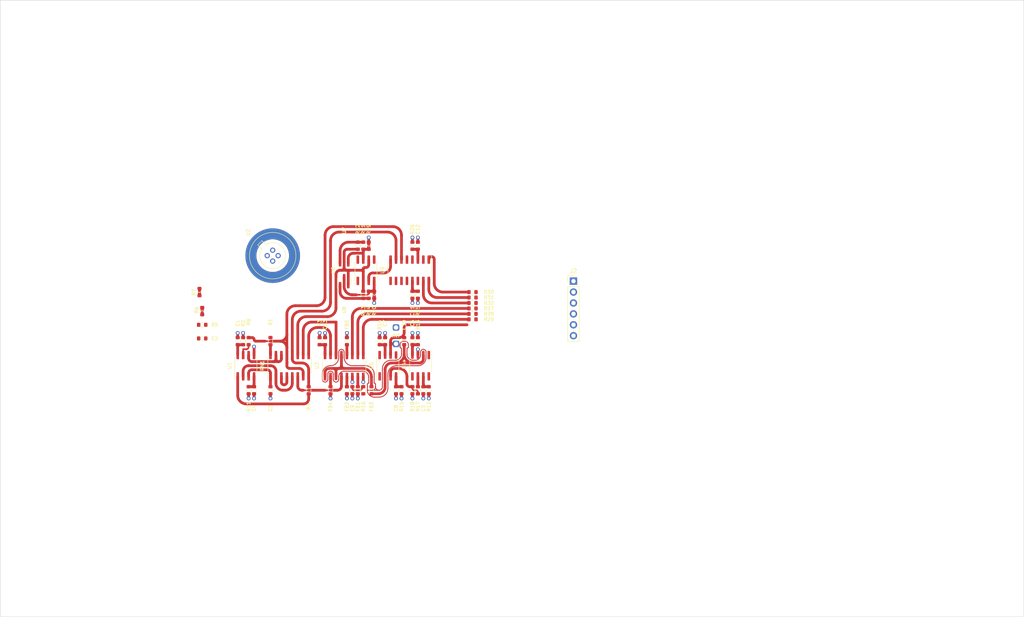
<source format=kicad_pcb>
(kicad_pcb (version 20211014) (generator pcbnew)
  (layers (0 "F.Cu" signal) (31 "B.Cu" signal) (34 "B.Paste" user) (35 "F.Paste" user) (36 "B.SilkS" user "B.Silkscreen") (37 "F.SilkS" user "F.Silkscreen") (38 "B.Mask" user) (39 "F.Mask" user) (44 "Edge.Cuts" user))
  (net 0 "")
  (net 1 "GND")
  (net 2 "Net-(C1-Pad2)")
  (net 3 "Net-(C2-Pad1)")
  (net 4 "Net-(C4-Pad1)")
  (net 5 "-15V")
  (net 6 "/-REF")
  (net 7 "/+REF")
  (net 8 "+15V")
  (net 9 "Net-(FB1-Pad1)")
  (net 10 "Net-(FB2-Pad1)")
  (net 11 "Net-(FB3-Pad2)")
  (net 12 "Net-(C3-Pad1)")
  (net 13 "Net-(R5-Pad2)")
  (net 14 "Net-(C13-Pad2)")
  (net 15 "Net-(C5-Pad2)")
  (net 16 "Net-(C6-Pad1)")
  (net 17 "Net-(C7-Pad2)")
  (net 18 "Net-(C8-Pad1)")
  (net 25 "Net-(C9-Pad1)")
  (net 26 "Net-(C10-Pad1)")
  (net 27 "/INT")
  (net 28 "Net-(R17-Pad1)")
  (net 29 "Net-(R17-Pad2)")
  (net 30 "/BOOT+")
  (net 31 "/BOOT-")
  (net 32 "Net-(R21-Pad1)")
  (net 33 "/VIN")
  (net 34 "Net-(R23-Pad1)")
  (net 38 "Net-(C11-Pad2)")
  (net 39 "Net-(C12-Pad1)")
  (net 40 "Net-(R27-Pad1)")
  (net 42 "Net-(R28-Pad1)")
  (net 44 "Net-(R29-Pad1)")
  (net 46 "Net-(R30-Pad1)")
  (net 48 "Net-(R31-Pad1)")
  (net 50 "Net-(R32-Pad1)")
  (net 57 "+3V3")
  (net 58 "Net-(U6-Pad3)")
  (net 59 "Net-(FB4-Pad1)")
  (net 60 "Net-(FB5-Pad1)")
  (net 63 "Net-(U3-Pad14)")
  (net 64 "Net-(U3-Pad15)")
  (net 71 "Net-(R7-Pad2)")
  (net 72 "Net-(U3-Pad4)")
  (net 73 "Net-(RN1-Pad5)")
  (net 74 "Net-(RN1-Pad4)")
  (net 75 "Net-(U1-Pad6)")
  (net 76 "Net-(RN1-Pad16)")
  (net 77 "Net-(U1-Pad1)")
  (net 78 "Net-(U1-Pad7)")
  (footprint "0603 Jumper:0603 Jumper" (layer "F.Cu") (at 77.47 93.98 -90)
    (fp_text reference "R7")
    (fp_text value "0R")
  )
  (footprint "Resistor_SMD:R_0603_1608Metric" (layer "F.Cu") (at 140.97 100.33)
    (fp_text reference "R29")
    (fp_text value "1K")
  )
  (footprint "Package_SO:SOIC-16_3.9x9.9mm_P1.27mm" (layer "F.Cu") (at 98.425 111.125 90)
    (fp_text reference "RN1")
    (fp_text value "10K")
  )
  (footprint "Resistor_SMD:R_0603_1608Metric" (layer "F.Cu") (at 129.54 116.84 90)
    (fp_text reference "C5")
    (fp_text value "1uf")
  )
  (footprint "Resistor_SMD:R_0603_1608Metric" (layer "F.Cu") (at 115.57 83.185 -90)
    (fp_text reference "R21")
    (fp_text value "10K")
  )
  (footprint "Resistor_SMD:R_0603_1608Metric" (layer "F.Cu") (at 116.84 94.615 -90)
    (fp_text reference "R24")
    (fp_text value "10K")
  )
  (footprint "Resistor_SMD:R_0603_1608Metric" (layer "F.Cu") (at 86.36 105.41 -90)
    (fp_text reference "C1")
    (fp_text value "1uf")
  )
  (footprint "Resistor_SMD:R_0603_1608Metric" (layer "F.Cu") (at 114.3 83.185 90)
    (fp_text reference "R22")
    (fp_text value "10K")
  )
  (footprint "Resistor_SMD:R_0603_1608Metric" (layer "F.Cu") (at 102.87 116.84 -90)
    (fp_text reference "R4")
    (fp_text value "0R")
  )
  (footprint "Resistor_SMD:R_0603_1608Metric" (layer "F.Cu") (at 130.81 116.84 -90)
    (fp_text reference "R12")
    (fp_text value "10R")
  )
  (footprint "Resistor_SMD:R_0603_1608Metric" (layer "F.Cu") (at 107.95 116.84 -90)
    (fp_text reference "FB4")
    (fp_text value "FB")
  )
  (footprint "Resistor_SMD:R_0603_1608Metric" (layer "F.Cu") (at 115.57 116.84 -90)
    (fp_text reference "R16")
    (fp_text value "100R")
  )
  (footprint "Resistor_SMD:R_0603_1608Metric" (layer "F.Cu") (at 128.27 116.84 -90)
    (fp_text reference "R17")
    (fp_text value "10K")
  )
  (footprint "Resistor_SMD:R_0603_1608Metric" (layer "F.Cu") (at 87.63 105.41 90)
    (fp_text reference "R2")
    (fp_text value "10R")
  )
  (footprint "Resistor_SMD:R_0603_1608Metric" (layer "F.Cu") (at 128.27 83.185 90)
    (fp_text reference "C12")
    (fp_text value "1uf")
  )
  (footprint "0603 Jumper:0603 Jumper" (layer "F.Cu") (at 118.11 94.615 -90)
    (fp_text reference "R20")
    (fp_text value "0R")
  )
  (footprint "Resistor_SMD:R_0603_1608Metric" (layer "F.Cu") (at 127 94.615 90)
    (fp_text reference "C11")
    (fp_text value "1uf")
  )
  (footprint "Package_SO:SOIC-16_3.9x9.9mm_P1.27mm" (layer "F.Cu") (at 111.125 111.125 90)
    (fp_text reference "U3")
    (fp_text value "CD4053B")
  )
  (footprint "Resistor_SMD:R_0603_1608Metric" (layer "F.Cu") (at 88.9 105.41 -90)
    (fp_text reference "R8")
    (fp_text value "0R")
  )
  (footprint "Resistor_SMD:R_0603_1608Metric" (layer "F.Cu") (at 90.17 116.84 -90)
    (fp_text reference "C4")
    (fp_text value "1uf")
  )
  (footprint "Resistor_SMD:R_0603_1608Metric" (layer "F.Cu") (at 120.65 105.41 -90)
    (fp_text reference "C7")
    (fp_text value "1uf")
  )
  (footprint "Resistor_SMD:R_0603_1608Metric" (layer "F.Cu") (at 127 83.185 -90)
    (fp_text reference "R26")
    (fp_text value "10R")
  )
  (footprint "Resistor_SMD:R_0603_1608Metric" (layer "F.Cu") (at 140.97 99.06)
    (fp_text reference "R28")
    (fp_text value "1K")
  )
  (footprint "Resistor_SMD:R_0603_1608Metric" (layer "F.Cu") (at 140.97 95.25)
    (fp_text reference "R31")
    (fp_text value "1K")
  )
  (footprint "Resistor_SMD:R_0603_1608Metric" (layer "F.Cu") (at 140.97 93.98)
    (fp_text reference "R30")
    (fp_text value "1K")
  )
  (footprint "Resistor_SMD:R_0603_1608Metric" (layer "F.Cu") (at 78.105 101.6 180)
    (fp_text reference "R5")
    (fp_text value "5R1")
  )
  (footprint "Resistor_SMD:R_0603_1608Metric" (layer "F.Cu") (at 111.76 116.84 -90)
    (fp_text reference "FB2")
    (fp_text value "FB")
  )
  (footprint "Package_SO:SOIC-8_3.9x4.9mm_P1.27mm" (layer "F.Cu") (at 128.905 111.125 -90)
    (fp_text reference "U4")
    (fp_text value "OPA1xx")
  )
  (footprint "Resistor_SMD:R_0603_1608Metric" (layer "F.Cu") (at 123.19 116.84 -90)
    (fp_text reference "C8")
    (fp_text value "1uf")
  )
  (footprint "Connector_PinHeader_2.54mm:PinHeader_1x03_P2.54mm_Vertical" (layer "F.Cu") (at 123.19 106.045 180)
    (fp_text reference "J1" hide)
    (fp_text value "INT")
  )
  (footprint "Resistor_SMD:R_0603_1608Metric" (layer "F.Cu") (at 127 105.41 90)
    (fp_text reference "C6")
    (fp_text value "1uf")
  )
  (footprint "Resistor_SMD:R_0603_1608Metric" (layer "F.Cu") (at 128.27 105.41 -90)
    (fp_text reference "R13")
    (fp_text value "10R")
  )
  (footprint "Package_TO_SOT_SMD:SOT-23" (layer "F.Cu") (at 111.125 86.36 90)
    (fp_text reference "U7")
    (fp_text value "431")
  )
  (footprint "Package_SO:SOIC-8_3.9x4.9mm_P1.27mm" (layer "F.Cu") (at 116.205 88.9 90)
    (fp_text reference "U6")
    (fp_text value "OPA1xx")
  )
  (footprint "Resistor_SMD:R_0603_1608Metric" (layer "F.Cu") (at 106.68 105.41 -90)
    (fp_text reference "C13")
    (fp_text value "1uf")
  )
  (footprint "Package_SO:SOIC-16_3.9x9.9mm_P1.27mm" (layer "F.Cu") (at 126.365 88.9 -90)
    (fp_text reference "U9")
    (fp_text value "408")
  )
  (footprint "Resistor_SMD:R_0603_1608Metric" (layer "F.Cu") (at 140.97 96.52)
    (fp_text reference "R32")
    (fp_text value "1K")
  )
  (footprint "Resistor_SMD:R_0603_1608Metric" (layer "F.Cu") (at 78.105 104.775)
    (fp_text reference "C2")
    (fp_text value "1uF")
  )
  (footprint "Resistor_SMD:R_0603_1608Metric" (layer "F.Cu") (at 127 116.84 90)
    (fp_text reference "R18")
    (fp_text value "1K")
  )
  (footprint "Resistor_SMD:R_0603_1608Metric" (layer "F.Cu") (at 124.46 116.84 90)
    (fp_text reference "R15")
    (fp_text value "10R")
  )
  (footprint "Resistor_SMD:R_0603_1608Metric" (layer "F.Cu") (at 88.9 116.84 90)
    (fp_text reference "R11")
    (fp_text value "10R")
  )
  (footprint "Package_SO:SOIC-8_3.9x4.9mm_P1.27mm" (layer "F.Cu") (at 121.285 111.125 90)
    (fp_text reference "U5")
    (fp_text value "OPA1xx")
  )
  (footprint "Package_SO:SOIC-8_3.9x4.9mm_P1.27mm" (layer "F.Cu") (at 88.265 111.125 90)
    (fp_text reference "U1")
    (fp_text value "OPA21xx")
  )
  (footprint "Resistor_SMD:R_0603_1608Metric" (layer "F.Cu") (at 114.3 116.84 -90)
    (fp_text reference "FB1")
    (fp_text value "FB")
  )
  (footprint "Resistor_SMD:R_0603_1608Metric" (layer "F.Cu") (at 128.27 94.615 -90)
    (fp_text reference "R25")
    (fp_text value "10R")
  )
  (footprint "Resistor_SMD:R_0603_1608Metric" (layer "F.Cu") (at 117.475 116.84 90)
    (fp_text reference "FB3")
    (fp_text value "FB")
  )
  (footprint "Connector_PinHeader_2.54mm:PinHeader_1x06_P2.54mm_Vertical" (layer "F.Cu") (at 164.465 91.44)
    (fp_text reference "J2")
    (fp_text value "Conn_01x06")
  )
  (footprint "Resistor_SMD:R_0603_1608Metric" (layer "F.Cu") (at 93.98 105.41 90)
    (fp_text reference "R1")
    (fp_text value "0R")
  )
  (footprint "Resistor_SMD:R_0603_1608Metric" (layer "F.Cu") (at 140.97 97.79)
    (fp_text reference "R27")
    (fp_text value "1K")
  )
  (footprint "Resistor_SMD:R_0603_1608Metric" (layer "F.Cu") (at 111.76 105.41 90)
    (fp_text reference "FB5")
    (fp_text value "FB")
  )
  (footprint "Resistor_SMD:R_0603_1608Metric" (layer "F.Cu") (at 119.38 105.41 90)
    (fp_text reference "R14")
    (fp_text value "10R")
  )
  (footprint "Resistor_SMD:R_0603_1608Metric" (layer "F.Cu") (at 125.095 105.41 90)
    (fp_text reference "C10")
    (fp_text value "1nF")
  )
  (footprint "Resistor_SMD:R_0603_1608Metric" (layer "F.Cu") (at 115.57 94.615 90)
    (fp_text reference "R23")
    (fp_text value "10K")
  )
  (footprint "Package_TO_SOT_SMD:SOT-23" (layer "F.Cu") (at 111.125 91.44 90)
    (fp_text reference "U8")
    (fp_text value "431")
  )
  (footprint "Resistor_SMD:R_0603_1608Metric" (layer "F.Cu") (at 105.41 105.41 90)
    (fp_text reference "R3")
    (fp_text value "10R")
  )
  (footprint "0603 Jumper:0603 Jumper" (layer "F.Cu") (at 78.105 98.425 90)
    (fp_text reference "R6")
    (fp_text value "0R")
  )
  (footprint "Resistor_SMD:R_0603_1608Metric" (layer "F.Cu") (at 113.03 116.84 -90)
    (fp_text reference "C9")
    (fp_text value "100pF")
  )
  (footprint "0603 Jumper:0603 Jumper" (layer "F.Cu") (at 116.84 83.185 -90)
    (fp_text reference "R19")
    (fp_text value "0R")
  )
  (footprint "Package_TO_SOT_THT:Analog_TO-46-4_ThermalShield" (layer "F.Cu") (at 93.23 85.5)
    (fp_text reference "U2")
    (fp_text value "LM399")
  )
  (footprint "Resistor_SMD:R_0603_1608Metric" (layer "F.Cu") (at 93.98 116.84 -90)
    (fp_text reference "C3")
    (fp_text value "100nF")
  )
  (gr_rect (start 31.115 26.035) (end 269.24 169.545) (layer "Edge.Cuts") (width 0.1) (fill none))
  (segment (start 108.585 114.3) (end 108.585 113.03) (width 0.2) (layer "F.Cu") (net 1))
  (segment (start 129.54 118.745) (end 129.54 117.665) (width 0.635) (layer "F.Cu") (net 1))
  (segment (start 118.4275 116.04625) (end 118.4275 115.41125) (width 0.2) (layer "F.Cu") (net 1))
  (segment (start 115.57 114.935) (end 115.57 113.6) (width 0.635) (layer "F.Cu") (net 1))
  (segment (start 113.03 114.935) (end 113.03 113.6) (width 0.635) (layer "F.Cu") (net 1))
  (segment (start 120.65 103.505) (end 120.65 104.585) (width 0.635) (layer "F.Cu") (net 1))
  (segment (start 118.11 118.4275) (end 119.285001 118.4275) (width 0.2) (layer "F.Cu") (net 1))
  (segment (start 127 118.745) (end 127 117.665) (width 0.635) (layer "F.Cu") (net 1))
  (segment (start 111.76 103.505) (end 111.76 104.585) (width 0.635) (layer "F.Cu") (net 1))
  (segment (start 127 96.52) (end 127 95.44) (width 0.635) (layer "F.Cu") (net 1))
  (segment (start 122.014998 109.855) (end 123.03125 109.855) (width 0.2) (layer "F.Cu") (net 1))
  (segment (start 128.905 107.95) (end 128.905 108.585) (width 0.2) (layer "F.Cu") (net 1))
  (segment (start 116.110001 111.125) (end 113.03 111.125) (width 0.2) (layer "F.Cu") (net 1))
  (segment (start 127.635 109.855) (end 127.15875 109.855) (width 0.2) (layer "F.Cu") (net 1))
  (segment (start 107.315 113.03) (end 107.315 114.3) (width 0.2) (layer "F.Cu") (net 1))
  (segment (start 117.63375 116.84) (end 116.5225 116.84) (width 0.2) (layer "F.Cu") (net 1))
  (segment (start 90.17 106.68) (end 90.17 108.65) (width 0.635) (layer "F.Cu") (net 1))
  (segment (start 119.22125 116.84) (end 117.63375 116.84) (width 0.2) (layer "F.Cu") (net 1))
  (segment (start 128.27 107.315) (end 128.27 108.65) (width 0.635) (layer "F.Cu") (net 1))
  (segment (start 109.855 113.665) (end 109.855 114.3) (width 0.2) (layer "F.Cu") (net 1))
  (segment (start 116.84 113.82375) (end 116.84 115.09375) (width 0.2) (layer "F.Cu") (net 1))
  (segment (start 107.95 118.745) (end 107.95 117.665) (width 0.635) (layer "F.Cu") (net 1))
  (segment (start 120.015 111.854998) (end 120.015 116.04625) (width 0.2) (layer "F.Cu") (net 1))
  (segment (start 124.46 107.15625) (end 124.46 108.42625) (width 0.2) (layer "F.Cu") (net 1))
  (segment (start 109.855 109.22) (end 109.855 107.95) (width 0.2) (layer "F.Cu") (net 1))
  (segment (start 114.3 118.745) (end 114.3 117.665) (width 0.635) (layer "F.Cu") (net 1))
  (segment (start 115.41125 112.395) (end 111.125 112.395) (width 0.2) (layer "F.Cu") (net 1))
  (segment (start 121.285 116.427501) (end 121.285 113.124998) (width 0.2) (layer "F.Cu") (net 1))
  (segment (start 90.17 118.745) (end 90.17 117.665) (width 0.635) (layer "F.Cu") (net 1))
  (segment (start 106.68 103.505) (end 106.68 104.585) (width 0.635) (layer "F.Cu") (net 1))
  (segment (start 124.1425 106.83875) (end 124.1425 106.20375) (width 0.2) (layer "F.Cu") (net 1))
  (segment (start 116.5225 115.41125) (end 116.5225 116.84) (width 0.2) (layer "F.Cu") (net 1))
  (segment (start 118.11 113.124998) (end 118.11 115.09375) (width 0.2) (layer "F.Cu") (net 1))
  (segment (start 128.27 81.28) (end 128.27 82.36) (width 0.635) (layer "F.Cu") (net 1))
  (segment (start 127 103.505) (end 127 104.585) (width 0.635) (layer "F.Cu") (net 1))
  (segment (start 128.27 111.125) (end 123.284998 111.125) (width 0.2) (layer "F.Cu") (net 1))
  (segment (start 126.0475 106.83875) (end 126.0475 106.20375) (width 0.2) (layer "F.Cu") (net 1))
  (segment (start 93.98 118.745) (end 93.98 117.665) (width 0.635) (layer "F.Cu") (net 1))
  (segment (start 111.76 118.745) (end 111.76 117.665) (width 0.635) (layer "F.Cu") (net 1))
  (segment (start 130.175 109.22) (end 130.175 107.95) (width 0.2) (layer "F.Cu") (net 1))
  (segment (start 125.73 107.15625) (end 125.73 108.42625) (width 0.2) (layer "F.Cu") (net 1))
  (segment (start 124.93625 105.41) (end 125.25375 105.41) (width 0.2) (layer "F.Cu") (net 1))
  (segment (start 113.03 118.745) (end 113.03 117.665) (width 0.635) (layer "F.Cu") (net 1))
  (segment (start 123.19 118.745) (end 123.19 117.665) (width 0.635) (layer "F.Cu") (net 1))
  (segment (start 111.125 109.22) (end 111.125 107.95) (width 0.2) (layer "F.Cu") (net 1))
  (segment (start 86.36 103.505) (end 86.36 104.585) (width 0.635) (layer "F.Cu") (net 1))
  (segment (start 106.045 113.03) (end 106.045 114.3) (width 0.2) (layer "F.Cu") (net 1))
  (via (at 106.68 103.505) (size 0.889) (drill 0.508) (layers "F.Cu" "B.Cu") (net 1))
  (via (at 107.95 118.745) (size 0.889) (drill 0.508) (layers "F.Cu" "B.Cu") (net 1))
  (via (at 129.54 118.745) (size 0.889) (drill 0.508) (layers "F.Cu" "B.Cu") (net 1))
  (via (at 90.17 118.745) (size 0.889) (drill 0.508) (layers "F.Cu" "B.Cu") (net 1))
  (via (at 127 118.745) (size 0.889) (drill 0.508) (layers "F.Cu" "B.Cu") (net 1))
  (via (at 127 103.505) (size 0.889) (drill 0.508) (layers "F.Cu" "B.Cu") (net 1))
  (via (at 114.3 118.745) (size 0.889) (drill 0.508) (layers "F.Cu" "B.Cu") (net 1))
  (via (at 113.03 114.935) (size 0.889) (drill 0.508) (layers "F.Cu" "B.Cu") (net 1))
  (via (at 93.98 118.745) (size 0.889) (drill 0.508) (layers "F.Cu" "B.Cu") (net 1))
  (via (at 86.36 103.505) (size 0.889) (drill 0.508) (layers "F.Cu" "B.Cu") (net 1))
  (via (at 120.65 103.505) (size 0.889) (drill 0.508) (layers "F.Cu" "B.Cu") (net 1))
  (via (at 111.76 103.505) (size 0.889) (drill 0.508) (layers "F.Cu" "B.Cu") (net 1))
  (via (at 111.76 118.745) (size 0.889) (drill 0.508) (layers "F.Cu" "B.Cu") (net 1))
  (via (at 128.27 107.315) (size 0.889) (drill 0.508) (layers "F.Cu" "B.Cu") (net 1))
  (via (at 123.19 118.745) (size 0.889) (drill 0.508) (layers "F.Cu" "B.Cu") (net 1))
  (via (at 115.57 114.935) (size 0.889) (drill 0.508) (layers "F.Cu" "B.Cu") (net 1))
  (via (at 127 96.52) (size 0.889) (drill 0.508) (layers "F.Cu" "B.Cu") (net 1))
  (via (at 128.27 81.28) (size 0.889) (drill 0.508) (layers "F.Cu" "B.Cu") (net 1))
  (via (at 90.17 106.68) (size 0.889) (drill 0.508) (layers "F.Cu" "B.Cu") (net 1))
  (via (at 113.03 118.745) (size 0.889) (drill 0.508) (layers "F.Cu" "B.Cu") (net 1))
  (arc (start 118.11 115.09375) (mid 118.156496 115.206003) (end 118.26875 115.2525) (width 0.2) (layer "F.Cu") (net 1))
  (arc (start 111.125 112.395) (mid 110.226974 112.766974) (end 109.855 113.665) (width 0.2) (layer "F.Cu") (net 1))
  (arc (start 117.63375 116.84) (mid 118.195016 116.607516) (end 118.4275 116.04625) (width 0.2) (layer "F.Cu") (net 1))
  (arc (start 107.95 112.395) (mid 107.500987 112.580987) (end 107.315 113.03) (width 0.2) (layer "F.Cu") (net 1))
  (arc (start 108.585 113.03) (mid 108.399012 112.580987) (end 107.95 112.395) (width 0.2) (layer "F.Cu") (net 1))
  (arc (start 125.88875 106.9975) (mid 125.776496 107.043996) (end 125.73 107.15625) (width 0.2) (layer "F.Cu") (net 1))
  (arc (start 107.95 111.125) (mid 106.602961 111.682961) (end 106.045 113.03) (width 0.2) (layer "F.Cu") (net 1))
  (arc (start 116.5225 116.84) (mid 116.987467 117.962532) (end 118.11 118.4275) (width 0.2) (layer "F.Cu") (net 1))
  (arc (start 121.285 116.427501) (mid 120.699213 117.841713) (end 119.285001 118.4275) (width 0.2) (layer "F.Cu") (net 1))
  (arc (start 120.015 116.04625) (mid 119.782516 116.607516) (end 119.22125 116.84) (width 0.2) (layer "F.Cu") (net 1))
  (arc (start 110.49 107.315) (mid 110.040987 107.500987) (end 109.855 107.95) (width 0.2) (layer "F.Cu") (net 1))
  (arc (start 124.46 108.42625) (mid 124.041528 109.436528) (end 123.03125 109.855) (width 0.2) (layer "F.Cu") (net 1))
  (arc (start 130.175 109.22) (mid 129.617038 110.567038) (end 128.27 111.125) (width 0.2) (layer "F.Cu") (net 1))
  (arc (start 116.68125 115.2525) (mid 116.568996 115.298996) (end 116.5225 115.41125) (width 0.2) (layer "F.Cu") (net 1))
  (arc (start 123.284998 111.125) (mid 121.870785 111.710785) (end 121.285 113.124998) (width 0.2) (layer "F.Cu") (net 1))
  (arc (start 124.93625 105.41) (mid 124.374983 105.642483) (end 124.1425 106.20375) (width 0.2) (layer "F.Cu") (net 1))
  (arc (start 111.125 107.95) (mid 110.939012 107.500987) (end 110.49 107.315) (width 0.2) (layer "F.Cu") (net 1))
  (arc (start 106.045 114.3) (mid 106.230987 114.749012) (end 106.68 114.935) (width 0.2) (layer "F.Cu") (net 1))
  (arc (start 116.84 113.82375) (mid 116.421528 112.813471) (end 115.41125 112.395) (width 0.2) (layer "F.Cu") (net 1))
  (arc (start 108.585 114.3) (mid 108.770987 114.749012) (end 109.22 114.935) (width 0.2) (layer "F.Cu") (net 1))
  (arc (start 111.125 109.22) (mid 111.682961 110.567038) (end 113.03 111.125) (width 0.2) (layer "F.Cu") (net 1))
  (arc (start 116.84 115.09375) (mid 116.793503 115.206003) (end 116.68125 115.2525) (width 0.2) (layer "F.Cu") (net 1))
  (arc (start 126.0475 106.83875) (mid 126.001003 106.951003) (end 125.88875 106.9975) (width 0.2) (layer "F.Cu") (net 1))
  (arc (start 107.315 114.3) (mid 107.129012 114.749012) (end 106.68 114.935) (width 0.2) (layer "F.Cu") (net 1))
  (arc (start 126.0475 106.20375) (mid 125.815016 105.642483) (end 125.25375 105.41) (width 0.2) (layer "F.Cu") (net 1))
  (arc (start 128.905 108.585) (mid 128.533025 109.483025) (end 127.635 109.855) (width 0.2) (layer "F.Cu") (net 1))
  (arc (start 129.54 107.315) (mid 129.090987 107.500987) (end 128.905 107.95) (width 0.2) (layer "F.Cu") (net 1))
  (arc (start 109.855 114.3) (mid 109.669012 114.749012) (end 109.22 114.935) (width 0.2) (layer "F.Cu") (net 1))
  (arc (start 124.46 107.15625) (mid 124.413503 107.043996) (end 124.30125 106.9975) (width 0.2) (layer "F.Cu") (net 1))
  (arc (start 125.73 108.42625) (mid 126.148471 109.436528) (end 127.15875 109.855) (width 0.2) (layer "F.Cu") (net 1))
  (arc (start 122.014998 109.855) (mid 120.600785 110.440785) (end 120.015 111.854998) (width 0.2) (layer "F.Cu") (net 1))
  (arc (start 118.4275 116.04625) (mid 118.659983 116.607516) (end 119.22125 116.84) (width 0.2) (layer "F.Cu") (net 1))
  (arc (start 124.1425 106.83875) (mid 124.188996 106.951003) (end 124.30125 106.9975) (width 0.2) (layer "F.Cu") (net 1))
  (arc (start 118.11 113.124998) (mid 117.524213 111.710785) (end 116.110001 111.125) (width 0.2) (layer "F.Cu") (net 1))
  (arc (start 109.855 109.22) (mid 109.297038 110.567038) (end 107.95 111.125) (width 0.2) (layer "F.Cu") (net 1))
  (arc (start 118.4275 115.41125) (mid 118.381003 115.298996) (end 118.26875 115.2525) (width 0.2) (layer "F.Cu") (net 1))
  (arc (start 130.175 107.95) (mid 129.989012 107.500987) (end 129.54 107.315) (width 0.2) (layer "F.Cu") (net 1))
  (segment (start 86.36 106.87) (end 86.36 108.65) (width 0.635) (layer "F.Cu") (net 2))
  (segment (start 86.995 106.235) (end 87.63 106.235) (width 0.635) (layer "F.Cu") (net 2))
  (arc (start 86.995 106.235) (mid 86.545987 106.420987) (end 86.36 106.87) (width 0.635) (layer "F.Cu") (net 2))
  (segment (start 90.17 115.38) (end 90.17 113.6) (width 0.635) (layer "F.Cu") (net 4))
  (segment (start 89.535 116.015) (end 88.9 116.015) (width 0.635) (layer "F.Cu") (net 4))
  (arc (start 90.17 115.38) (mid 89.984012 115.829012) (end 89.535 116.015) (width 0.635) (layer "F.Cu") (net 4))
  (segment (start 118.11 96.52) (end 118.11 95.44) (width 0.635) (layer "F.Cu") (net 5))
  (segment (start 88.9 118.745) (end 88.9 117.665) (width 0.635) (layer "F.Cu") (net 5))
  (segment (start 124.46 118.745) (end 124.46 117.665) (width 0.635) (layer "F.Cu") (net 5))
  (segment (start 128.27 103.505) (end 128.27 104.585) (width 0.635) (layer "F.Cu") (net 5))
  (segment (start 127 81.28) (end 127 82.36) (width 0.635) (layer "F.Cu") (net 5))
  (via (at 127 81.28) (size 0.889) (drill 0.508) (layers "F.Cu" "B.Cu") (net 5))
  (via (at 124.46 118.745) (size 0.889) (drill 0.508) (layers "F.Cu" "B.Cu") (net 5))
  (via (at 128.27 103.505) (size 0.889) (drill 0.508) (layers "F.Cu" "B.Cu") (net 5))
  (via (at 118.11 96.52) (size 0.889) (drill 0.508) (layers "F.Cu" "B.Cu") (net 5))
  (via (at 88.9 118.745) (size 0.889) (drill 0.508) (layers "F.Cu" "B.Cu") (net 5))
  (segment (start 97.79 107.73) (end 97.79 109.57) (width 0.635) (layer "F.Cu") (net 6))
  (segment (start 97.79 110.33125) (end 97.79 110.1725) (width 0.635) (layer "F.Cu") (net 6))
  (segment (start 124.46 80.739998) (end 124.46 86.425) (width 0.635) (layer "F.Cu") (net 6))
  (segment (start 97.79 110.33125) (end 97.79 109.57) (width 0.635) (layer "F.Cu") (net 6))
  (segment (start 90.5825 105.41) (end 92.71 105.41) (width 0.635) (layer "F.Cu") (net 6))
  (segment (start 93.98 105.41) (end 92.71 105.41) (width 0.381) (layer "F.Cu") (net 6))
  (segment (start 122.460001 78.74) (end 108.679998 78.74) (width 0.635) (layer "F.Cu") (net 6))
  (segment (start 106.68 95.155001) (end 106.68 80.739998) (width 0.635) (layer "F.Cu") (net 6))
  (segment (start 98.425 111.76) (end 100.68 111.76) (width 0.635) (layer "F.Cu") (net 6))
  (segment (start 97.79 103.8225) (end 97.79 106.9975) (width 0.635) (layer "F.Cu") (net 6))
  (segment (start 95.25 105.41) (end 96.2025 105.41) (width 0.635) (layer "F.Cu") (net 6))
  (segment (start 97.79 103.8225) (end 97.79 99.154998) (width 0.635) (layer "F.Cu") (net 6))
  (segment (start 97.79 110.64875) (end 97.79 111.125) (width 0.635) (layer "F.Cu") (net 6))
  (segment (start 97.79 110.33125) (end 97.79 110.64875) (width 0.635) (layer "F.Cu") (net 6))
  (segment (start 101.6 112.68) (end 101.6 113.6) (width 0.635) (layer "F.Cu") (net 6))
  (segment (start 95.25 105.41) (end 93.98 105.41) (width 0.635) (layer "F.Cu") (net 6))
  (segment (start 97.79 107.73) (end 97.79 106.9975) (width 0.635) (layer "F.Cu") (net 6))
  (segment (start 104.680001 97.155) (end 99.789998 97.155) (width 0.635) (layer "F.Cu") (net 6))
  (segment (start 89.7575 104.585) (end 88.9 104.585) (width 0.635) (layer "F.Cu") (net 6))
  (segment (start 97.79 110.64875) (end 97.79 110.33125) (width 0.635) (layer "F.Cu") (net 6))
  (arc (start 90.17 104.9975) (mid 90.290818 105.289181) (end 90.5825 105.41) (width 0.635) (layer "F.Cu") (net 6))
  (arc (start 97.79 110.33125) (mid 97.79 110.33125) (end 97.79 110.33125) (width 0.635) (layer "F.Cu") (net 6))
  (arc (start 101.6 112.68) (mid 101.330538 112.029461) (end 100.68 111.76) (width 0.635) (layer "F.Cu") (net 6))
  (arc (start 96.2025 105.41) (mid 97.325032 104.945032) (end 97.79 103.8225) (width 0.635) (layer "F.Cu") (net 6))
  (arc (start 124.46 80.739998) (mid 123.874213 79.325785) (end 122.460001 78.74) (width 0.635) (layer "F.Cu") (net 6))
  (arc (start 99.789998 97.155) (mid 98.375785 97.740785) (end 97.79 99.154998) (width 0.635) (layer "F.Cu") (net 6))
  (arc (start 97.79 111.125) (mid 97.975987 111.574012) (end 98.425 111.76) (width 0.635) (layer "F.Cu") (net 6))
  (arc (start 106.68 95.155001) (mid 106.094213 96.569213) (end 104.680001 97.155) (width 0.635) (layer "F.Cu") (net 6))
  (arc (start 97.79 106.9975) (mid 97.325032 105.874967) (end 96.2025 105.41) (width 0.635) (layer "F.Cu") (net 6))
  (arc (start 108.679998 78.74) (mid 107.265785 79.325785) (end 106.68 80.739998) (width 0.635) (layer "F.Cu") (net 6))
  (arc (start 90.17 104.9975) (mid 90.049181 104.705818) (end 89.7575 104.585) (width 0.635) (layer "F.Cu") (net 6))
  (segment (start 109.949998 80.01) (end 121.190001 80.01) (width 0.635) (layer "F.Cu") (net 7))
  (segment (start 102.87 112.3925) (end 102.87 112.045) (width 0.635) (layer "F.Cu") (net 7))
  (segment (start 102.87 112.3925) (end 102.87 114.8075) (width 0.635) (layer "F.Cu") (net 7))
  (segment (start 102.87 114.8075) (end 102.87 116.015) (width 0.635) (layer "F.Cu") (net 7))
  (segment (start 123.19 82.009998) (end 123.19 86.425) (width 0.635) (layer "F.Cu") (net 7))
  (segment (start 99.98 110.49) (end 101.315 110.49) (width 0.635) (layer "F.Cu") (net 7))
  (segment (start 107.95 82.009998) (end 107.95 96.425001) (width 0.635) (layer "F.Cu") (net 7))
  (segment (start 101.059998 98.425) (end 105.950001 98.425) (width 0.635) (layer "F.Cu") (net 7))
  (segment (start 99.06 107.73) (end 99.06 109.57) (width 0.635) (layer "F.Cu") (net 7))
  (segment (start 99.06 107.73) (end 99.06 100.424998) (width 0.635) (layer "F.Cu") (net 7))
  (arc (start 109.949998 80.01) (mid 108.535785 80.595785) (end 107.95 82.009998) (width 0.635) (layer "F.Cu") (net 7))
  (arc (start 101.059998 98.425) (mid 99.645785 99.010785) (end 99.06 100.424998) (width 0.635) (layer "F.Cu") (net 7))
  (arc (start 107.95 96.425001) (mid 107.364213 97.839213) (end 105.950001 98.425) (width 0.635) (layer "F.Cu") (net 7))
  (arc (start 123.19 82.009998) (mid 122.604213 80.595785) (end 121.190001 80.01) (width 0.635) (layer "F.Cu") (net 7))
  (arc (start 99.06 109.57) (mid 99.329461 110.220538) (end 99.98 110.49) (width 0.635) (layer "F.Cu") (net 7))
  (arc (start 102.87 112.045) (mid 102.414551 110.945448) (end 101.315 110.49) (width 0.635) (layer "F.Cu") (net 7))
  (segment (start 128.27 96.52) (end 128.27 95.44) (width 0.635) (layer "F.Cu") (net 8))
  (segment (start 119.38 103.505) (end 119.38 104.585) (width 0.635) (layer "F.Cu") (net 8))
  (segment (start 87.63 103.505) (end 87.63 104.585) (width 0.635) (layer "F.Cu") (net 8))
  (segment (start 116.84 81.28) (end 116.84 82.36) (width 0.635) (layer "F.Cu") (net 8))
  (segment (start 130.81 118.745) (end 130.81 117.665) (width 0.635) (layer "F.Cu") (net 8))
  (via (at 116.84 81.28) (size 0.889) (drill 0.508) (layers "F.Cu" "B.Cu") (net 8))
  (via (at 119.38 103.505) (size 0.889) (drill 0.508) (layers "F.Cu" "B.Cu") (net 8))
  (via (at 128.27 96.52) (size 0.889) (drill 0.508) (layers "F.Cu" "B.Cu") (net 8))
  (via (at 87.63 103.505) (size 0.889) (drill 0.508) (layers "F.Cu" "B.Cu") (net 8))
  (via (at 130.81 118.745) (size 0.889) (drill 0.508) (layers "F.Cu" "B.Cu") (net 8))
  (segment (start 114.3 116.015) (end 114.3 113.6) (width 0.635) (layer "F.Cu") (net 9))
  (segment (start 111.76 113.6) (end 111.76 116.015) (width 0.635) (layer "F.Cu") (net 10))
  (segment (start 111.125 111.76) (end 109.855 111.76) (width 0.635) (layer "F.Cu") (net 11))
  (segment (start 117.475 113.759998) (end 117.475 116.015) (width 0.635) (layer "F.Cu") (net 11))
  (segment (start 106.68 112.68) (end 106.68 113.6) (width 0.635) (layer "F.Cu") (net 11))
  (segment (start 111.125 111.76) (end 115.475001 111.76) (width 0.635) (layer "F.Cu") (net 11))
  (segment (start 107.6 111.76) (end 108.585 111.76) (width 0.635) (layer "F.Cu") (net 11))
  (segment (start 109.22 112.395) (end 109.22 113.6) (width 0.635) (layer "F.Cu") (net 11))
  (segment (start 110.49 111.125) (end 110.49 108.65) (width 0.635) (layer "F.Cu") (net 11))
  (segment (start 108.585 111.76) (end 109.855 111.76) (width 0.635) (layer "F.Cu") (net 11))
  (arc (start 110.49 111.125) (mid 110.675987 111.574012) (end 111.125 111.76) (width 0.635) (layer "F.Cu") (net 11))
  (arc (start 117.475 113.759998) (mid 116.889213 112.345785) (end 115.475001 111.76) (width 0.635) (layer "F.Cu") (net 11))
  (arc (start 107.6 111.76) (mid 106.949461 112.029461) (end 106.68 112.68) (width 0.635) (layer "F.Cu") (net 11))
  (arc (start 109.22 112.395) (mid 109.034012 111.945987) (end 108.585 111.76) (width 0.635) (layer "F.Cu") (net 11))
  (arc (start 109.855 111.76) (mid 109.405987 111.945987) (end 109.22 112.395) (width 0.635) (layer "F.Cu") (net 11))
  (arc (start 109.855 111.76) (mid 110.304012 111.574012) (end 110.49 111.125) (width 0.635) (layer "F.Cu") (net 11))
  (segment (start 88.9 112.83875) (end 88.9 113.6) (width 0.635) (layer "F.Cu") (net 12))
  (segment (start 93.98 112.83875) (end 93.98 114.36125) (width 0.635) (layer "F.Cu") (net 12))
  (segment (start 93.98 114.36125) (end 93.98 116.015) (width 0.635) (layer "F.Cu") (net 12))
  (segment (start 89.66125 112.0775) (end 93.21875 112.0775) (width 0.635) (layer "F.Cu") (net 12))
  (arc (start 93.98 112.83875) (mid 93.757035 112.300464) (end 93.21875 112.0775) (width 0.635) (layer "F.Cu") (net 12))
  (arc (start 89.66125 112.0775) (mid 89.122964 112.300464) (end 88.9 112.83875) (width 0.635) (layer "F.Cu") (net 12))
  (segment (start 106.68 106.87) (end 106.68 108.65) (width 0.635) (layer "F.Cu") (net 14))
  (segment (start 106.045 106.235) (end 105.41 106.235) (width 0.635) (layer "F.Cu") (net 14))
  (arc (start 106.68 106.87) (mid 106.494012 106.420987) (end 106.045 106.235) (width 0.635) (layer "F.Cu") (net 14))
  (segment (start 129.54 115.38) (end 129.54 113.6) (width 0.635) (layer "F.Cu") (net 15))
  (segment (start 130.175 116.015) (end 130.81 116.015) (width 0.635) (layer "F.Cu") (net 15))
  (arc (start 129.54 115.38) (mid 129.725987 115.829012) (end 130.175 116.015) (width 0.635) (layer "F.Cu") (net 15))
  (segment (start 127 106.87) (end 127 108.65) (width 0.635) (layer "F.Cu") (net 16))
  (segment (start 127.635 106.235) (end 128.27 106.235) (width 0.635) (layer "F.Cu") (net 16))
  (arc (start 127.635 106.235) (mid 127.185987 106.420987) (end 127 106.87) (width 0.635) (layer "F.Cu") (net 16))
  (segment (start 120.65 106.87) (end 120.65 108.65) (width 0.635) (layer "F.Cu") (net 17))
  (segment (start 120.015 106.235) (end 119.38 106.235) (width 0.635) (layer "F.Cu") (net 17))
  (arc (start 120.65 106.87) (mid 120.464012 106.420987) (end 120.015 106.235) (width 0.635) (layer "F.Cu") (net 17))
  (segment (start 123.825 116.015) (end 124.46 116.015) (width 0.635) (layer "F.Cu") (net 18))
  (segment (start 123.19 115.38) (end 123.19 113.6) (width 0.635) (layer "F.Cu") (net 18))
  (arc (start 123.19 115.38) (mid 123.375987 115.829012) (end 123.825 116.015) (width 0.635) (layer "F.Cu") (net 18))
  (segment (start 113.03 116.4275) (end 113.03 116.015) (width 0.381) (layer "F.Cu") (net 25))
  (segment (start 115.2525 116.4275) (end 115.2525 116.015) (width 0.381) (layer "F.Cu") (net 25))
  (segment (start 113.4425 116.84) (end 114.84 116.84) (width 0.381) (layer "F.Cu") (net 25))
  (arc (start 113.03 116.4275) (mid 113.150818 116.719181) (end 113.4425 116.84) (width 0.381) (layer "F.Cu") (net 25))
  (arc (start 115.2525 116.4275) (mid 115.131681 116.719181) (end 114.84 116.84) (width 0.381) (layer "F.Cu") (net 25))
  (segment (start 119.0625 117.665) (end 117.475 117.665) (width 0.635) (layer "F.Cu") (net 26))
  (segment (start 129.54 109.57) (end 129.54 108.65) (width 0.635) (layer "F.Cu") (net 26))
  (segment (start 127.2225 110.49) (end 123.095001 110.49) (width 0.635) (layer "F.Cu") (net 26))
  (segment (start 123.095001 110.49) (end 122.205 110.49) (width 0.635) (layer "F.Cu") (net 26))
  (segment (start 120.65 115.155) (end 120.65 116.0775) (width 0.635) (layer "F.Cu") (net 26))
  (segment (start 120.65 112.045) (end 120.65 115.155) (width 0.635) (layer "F.Cu") (net 26))
  (segment (start 125.095 108.490001) (end 125.095 106.235) (width 0.635) (layer "F.Cu") (net 26))
  (segment (start 128.62 110.49) (end 127.2225 110.49) (width 0.635) (layer "F.Cu") (net 26))
  (arc (start 122.205 110.49) (mid 121.105448 110.945448) (end 120.65 112.045) (width 0.635) (layer "F.Cu") (net 26))
  (arc (start 129.54 109.57) (mid 129.270538 110.220538) (end 128.62 110.49) (width 0.635) (layer "F.Cu") (net 26))
  (arc (start 123.095001 110.49) (mid 124.509213 109.904213) (end 125.095 108.490001) (width 0.635) (layer "F.Cu") (net 26))
  (arc (start 120.65 116.0775) (mid 120.185032 117.200032) (end 119.0625 117.665) (width 0.635) (layer "F.Cu") (net 26))
  (arc (start 125.095 108.490001) (mid 125.71813 109.904213) (end 127.2225 110.49) (width 0.635) (layer "F.Cu") (net 26))
  (segment (start 125.095 103.41) (end 125.095 102.235) (width 0.635) (layer "F.Cu") (net 27))
  (segment (start 122.745 104.585) (end 123.92 104.585) (width 0.635) (layer "F.Cu") (net 27))
  (segment (start 121.92 105.7275) (end 121.92 105.41) (width 0.635) (layer "F.Cu") (net 27))
  (segment (start 121.92 106.3625) (end 121.92 108.65) (width 0.635) (layer "F.Cu") (net 27))
  (segment (start 125.73 101.6) (end 139.7 101.6) (width 0.635) (layer "F.Cu") (net 27))
  (segment (start 122.2375 106.045) (end 123.19 106.045) (width 0.635) (layer "F.Cu") (net 27))
  (segment (start 121.92 106.3625) (end 121.92 105.7275) (width 0.635) (layer "F.Cu") (net 27))
  (arc (start 125.095 102.235) (mid 125.280987 101.785987) (end 125.73 101.6) (width 0.635) (layer "F.Cu") (net 27))
  (arc (start 125.095 103.41) (mid 124.75085 104.24085) (end 123.92 104.585) (width 0.635) (layer "F.Cu") (net 27))
  (arc (start 122.2375 106.045) (mid 122.012993 106.137993) (end 121.92 106.3625) (width 0.635) (layer "F.Cu") (net 27))
  (arc (start 122.745 104.585) (mid 122.161637 104.826637) (end 121.92 105.41) (width 0.635) (layer "F.Cu") (net 27))
  (arc (start 121.92 105.7275) (mid 122.012993 105.952006) (end 122.2375 106.045) (width 0.635) (layer "F.Cu") (net 27))
  (segment (start 128.27 116.015) (end 128.27 113.6) (width 0.635) (layer "F.Cu") (net 28))
  (segment (start 121.92 112.68) (end 121.92 113.6) (width 0.635) (layer "F.Cu") (net 29))
  (segment (start 126.365 116.015) (end 126.5875 116.015) (width 0.635) (layer "F.Cu") (net 29))
  (segment (start 125.73 115.38) (end 125.73 113.665) (width 0.635) (layer "F.Cu") (net 29))
  (segment (start 122.84 111.76) (end 123.825 111.76) (width 0.635) (layer "F.Cu") (net 29))
  (segment (start 128.27 117.2525) (end 128.27 117.665) (width 0.381) (layer "F.Cu") (net 29))
  (segment (start 127.4125 116.84) (end 127.8575 116.84) (width 0.381) (layer "F.Cu") (net 29))
  (arc (start 127 116.4275) (mid 127.120818 116.719181) (end 127.4125 116.84) (width 0.381) (layer "F.Cu") (net 29))
  (arc (start 127 116.4275) (mid 126.879181 116.135818) (end 126.5875 116.015) (width 0.381) (layer "F.Cu") (net 29))
  (arc (start 125.73 115.38) (mid 125.915987 115.829012) (end 126.365 116.015) (width 0.635) (layer "F.Cu") (net 29))
  (arc (start 125.73 113.665) (mid 125.172038 112.317961) (end 123.825 111.76) (width 0.635) (layer "F.Cu") (net 29))
  (arc (start 122.84 111.76) (mid 122.189461 112.029461) (end 121.92 112.68) (width 0.635) (layer "F.Cu") (net 29))
  (arc (start 128.27 117.2525) (mid 128.149181 116.960818) (end 127.8575 116.84) (width 0.381) (layer "F.Cu") (net 29))
  (segment (start 113.25726 84.93298) (end 115.57 84.93298) (width 0.635) (layer "F.Cu") (net 30))
  (segment (start 112.075 86.11524) (end 112.075 87.2975) (width 0.635) (layer "F.Cu") (net 30))
  (segment (start 115.57 85.63) (end 115.57 86.425) (width 0.635) (layer "F.Cu") (net 30))
  (segment (start 115.57 84.55) (end 115.57 85.63) (width 0.635) (layer "F.Cu") (net 30))
  (segment (start 116.11 84.01) (end 116.84 84.01) (width 0.635) (layer "F.Cu") (net 30))
  (arc (start 116.11 84.01) (mid 115.728162 84.168162) (end 115.57 84.55) (width 0.635) (layer "F.Cu") (net 30))
  (arc (start 113.25726 84.93298) (mid 112.421275 85.279255) (end 112.075 86.11524) (width 0.635) (layer "F.Cu") (net 30))
  (segment (start 118.11 93.155) (end 118.11 91.375) (width 0.635) (layer "F.Cu") (net 31))
  (segment (start 111.125 92.71) (end 111.125 90.5025) (width 0.635) (layer "F.Cu") (net 31))
  (segment (start 115.8875 94.615) (end 116.4275 94.615) (width 0.381) (layer "F.Cu") (net 31))
  (segment (start 115.8875 94.615) (end 113.9825 94.615) (width 0.381) (layer "F.Cu") (net 31))
  (segment (start 117.475 93.79) (end 117.2525 93.79) (width 0.635) (layer "F.Cu") (net 31))
  (segment (start 113.9825 94.615) (end 113.03 94.615) (width 0.635) (layer "F.Cu") (net 31))
  (arc (start 116.84 94.2025) (mid 116.719181 94.494181) (end 116.4275 94.615) (width 0.381) (layer "F.Cu") (net 31))
  (arc (start 118.11 93.155) (mid 117.924012 93.604012) (end 117.475 93.79) (width 0.635) (layer "F.Cu") (net 31))
  (arc (start 117.2525 93.79) (mid 116.960818 93.910818) (end 116.84 94.2025) (width 0.635) (layer "F.Cu") (net 31))
  (arc (start 111.125 92.71) (mid 111.682961 94.057038) (end 113.03 94.615) (width 0.635) (layer "F.Cu") (net 31))
  (segment (start 113.665 82.36) (end 112.174998 82.36) (width 0.635) (layer "F.Cu") (net 32))
  (segment (start 110.175 84.359998) (end 110.175 87.2975) (width 0.635) (layer "F.Cu") (net 32))
  (segment (start 114.935 82.36) (end 113.665 82.36) (width 0.635) (layer "F.Cu") (net 32))
  (segment (start 114.935 82.36) (end 115.57 82.36) (width 0.635) (layer "F.Cu") (net 32))
  (arc (start 112.174998 82.36) (mid 110.760785 82.945785) (end 110.175 84.359998) (width 0.635) (layer "F.Cu") (net 32))
  (segment (start 110.49 88.9) (end 110.1725 88.9) (width 0.635) (layer "F.Cu") (net 33))
  (segment (start 111.76 88.9) (end 112.235 88.9) (width 0.635) (layer "F.Cu") (net 33))
  (segment (start 115.57 92.5825) (end 115.57 93.79) (width 0.635) (layer "F.Cu") (net 33))
  (segment (start 111.125 88.265) (end 111.125 86.12875) (width 0.635) (layer "F.Cu") (net 33))
  (segment (start 109.22 89.8525) (end 109.22 97.695001) (width 0.635) (layer "F.Cu") (net 33))
  (segment (start 111.125 84.71625) (end 111.125 86.12875) (width 0.635) (layer "F.Cu") (net 33))
  (segment (start 112.555 88.9) (end 112.235 88.9) (width 0.635) (layer "F.Cu") (net 33))
  (segment (start 112.555 88.9) (end 115.2525 88.9) (width 0.635) (layer "F.Cu") (net 33))
  (segment (start 102.329998 99.695) (end 107.220001 99.695) (width 0.635) (layer "F.Cu") (net 33))
  (segment (start 111.83125 84.01) (end 114.3 84.01) (width 0.635) (layer "F.Cu") (net 33))
  (segment (start 115.57 90.1675) (end 115.57 89.2175) (width 0.635) (layer "F.Cu") (net 33))
  (segment (start 100.33 101.694998) (end 100.33 108.65) (width 0.635) (layer "F.Cu") (net 33))
  (segment (start 115.57 90.1675) (end 115.57 92.5825) (width 0.635) (layer "F.Cu") (net 33))
  (segment (start 116.84 87.63) (end 116.84 86.425) (width 0.635) (layer "F.Cu") (net 33))
  (segment (start 111.76 88.9) (end 110.49 88.9) (width 0.635) (layer "F.Cu") (net 33))
  (segment (start 112.235 88.9) (end 112.555 88.9) (width 0.635) (layer "F.Cu") (net 33))
  (segment (start 115.57 88.5825) (end 115.57 89.2175) (width 0.635) (layer "F.Cu") (net 33))
  (segment (start 115.8875 88.265) (end 116.205 88.265) (width 0.635) (layer "F.Cu") (net 33))
  (segment (start 112.075 89.06) (end 112.075 92.3775) (width 0.635) (layer "F.Cu") (net 33))
  (arc (start 102.329998 99.695) (mid 100.915785 100.280785) (end 100.33 101.694998) (width 0.635) (layer "F.Cu") (net 33))
  (arc (start 115.8875 88.265) (mid 115.662993 88.357993) (end 115.57 88.5825) (width 0.635) (layer "F.Cu") (net 33))
  (arc (start 112.235 88.9) (mid 112.121862 88.946862) (end 112.075 89.06) (width 0.635) (layer "F.Cu") (net 33))
  (arc (start 115.57 89.2175) (mid 115.477006 88.992993) (end 115.2525 88.9) (width 0.635) (layer "F.Cu") (net 33))
  (arc (start 110.1725 88.9) (mid 109.49898 89.17898) (end 109.22 89.8525) (width 0.635) (layer "F.Cu") (net 33))
  (arc (start 112.235 88.9) (mid 112.235 88.9) (end 112.235 88.9) (width 0.635) (layer "F.Cu") (net 33))
  (arc (start 115.2525 88.9) (mid 115.477006 88.807006) (end 115.57 88.5825) (width 0.635) (layer "F.Cu") (net 33))
  (arc (start 111.125 88.265) (mid 111.310987 88.714012) (end 111.76 88.9) (width 0.635) (layer "F.Cu") (net 33))
  (arc (start 111.83125 84.01) (mid 111.331855 84.216855) (end 111.125 84.71625) (width 0.635) (layer "F.Cu") (net 33))
  (arc (start 109.22 97.695001) (mid 108.634213 99.109213) (end 107.220001 99.695) (width 0.635) (layer "F.Cu") (net 33))
  (arc (start 116.84 87.63) (mid 116.654012 88.079012) (end 116.205 88.265) (width 0.635) (layer "F.Cu") (net 33))
  (arc (start 110.49 88.9) (mid 110.939012 88.714012) (end 111.125 88.265) (width 0.635) (layer "F.Cu") (net 33))
  (segment (start 111.71101 95.44952) (end 115.56524 95.44952) (width 0.635) (layer "F.Cu") (net 34))
  (segment (start 115.566634 95.443365) (end 115.56048 95.44952) (width 0.635) (layer "F.Cu") (net 34))
  (segment (start 115.57476 95.44) (end 116.84 95.44) (width 0.635) (layer "F.Cu") (net 34))
  (segment (start 110.175 93.91351) (end 110.175 92.3775) (width 0.635) (layer "F.Cu") (net 34))
  (arc (start 115.566634 95.443365) (mid 115.570362 95.440874) (end 115.57476 95.44) (width 0.635) (layer "F.Cu") (net 34))
  (arc (start 115.57 95.44476) (mid 115.568782 95.442938) (end 115.566634 95.443365) (width 0.635) (layer "F.Cu") (net 34))
  (arc (start 115.57 95.44476) (mid 115.568605 95.448125) (end 115.56524 95.44952) (width 0.635) (layer "F.Cu") (net 34))
  (arc (start 110.175 93.91351) (mid 110.624886 94.999633) (end 111.71101 95.44952) (width 0.635) (layer "F.Cu") (net 34))
  (arc (start 115.57476 95.44) (mid 115.571394 95.441394) (end 115.57 95.44476) (width 0.635) (layer "F.Cu") (net 34))
  (segment (start 127 93.155) (end 127 91.375) (width 0.635) (layer "F.Cu") (net 38))
  (segment (start 127.635 93.79) (end 128.27 93.79) (width 0.635) (layer "F.Cu") (net 38))
  (arc (start 127 93.155) (mid 127.185987 93.604012) (end 127.635 93.79) (width 0.635) (layer "F.Cu") (net 38))
  (segment (start 127.635 84.01) (end 127 84.01) (width 0.635) (layer "F.Cu") (net 39))
  (segment (start 128.27 84.645) (end 128.27 86.425) (width 0.635) (layer "F.Cu") (net 39))
  (arc (start 128.27 84.645) (mid 128.084012 84.195987) (end 127.635 84.01) (width 0.635) (layer "F.Cu") (net 39))
  (segment (start 115.029998 97.79) (end 139.7 97.79) (width 0.635) (layer "F.Cu") (net 40))
  (segment (start 113.03 99.789998) (end 113.03 108.65) (width 0.635) (layer "F.Cu") (net 40))
  (arc (start 115.029998 97.79) (mid 113.615785 98.375785) (end 113.03 99.789998) (width 0.635) (layer "F.Cu") (net 40))
  (segment (start 116.299998 99.06) (end 139.7 99.06) (width 0.635) (layer "F.Cu") (net 42))
  (segment (start 114.3 101.059998) (end 114.3 108.65) (width 0.635) (layer "F.Cu") (net 42))
  (arc (start 116.299998 99.06) (mid 114.885785 99.645785) (end 114.3 101.059998) (width 0.635) (layer "F.Cu") (net 42))
  (segment (start 117.569998 100.33) (end 139.7 100.33) (width 0.635) (layer "F.Cu") (net 44))
  (segment (start 115.57 102.329998) (end 115.57 108.65) (width 0.635) (layer "F.Cu") (net 44))
  (arc (start 117.569998 100.33) (mid 116.155785 100.915785) (end 115.57 102.329998) (width 0.635) (layer "F.Cu") (net 44))
  (segment (start 132.08 86.36) (end 132.08 91.980001) (width 0.635) (layer "F.Cu") (net 46))
  (segment (start 134.079998 93.98) (end 139.7 93.98) (width 0.635) (layer "F.Cu") (net 46))
  (segment (start 130.81 86.36) (end 130.81 86.425) (width 0.635) (layer "F.Cu") (net 46))
  (arc (start 132.08 91.980001) (mid 132.665785 93.394213) (end 134.079998 93.98) (width 0.635) (layer "F.Cu") (net 46))
  (arc (start 131.445 85.725) (mid 131.894013 85.910987) (end 132.08 86.36) (width 0.635) (layer "F.Cu") (net 46))
  (arc (start 131.445 85.725) (mid 130.995987 85.910987) (end 130.81 86.36) (width 0.635) (layer "F.Cu") (net 46))
  (segment (start 130.81 91.09) (end 130.81 91.66) (width 0.635) (layer "F.Cu") (net 48))
  (segment (start 130.81 91.66) (end 130.81 93.3125) (width 0.635) (layer "F.Cu") (net 48))
  (segment (start 132.7475 95.25) (end 139.7 95.25) (width 0.635) (layer "F.Cu") (net 48))
  (segment (start 130.81 91.09) (end 130.81 90.805) (width 0.635) (layer "F.Cu") (net 48))
  (arc (start 130.81 93.3125) (mid 131.37748 94.682519) (end 132.7475 95.25) (width 0.635) (layer "F.Cu") (net 48))
  (segment (start 129.54 94.520001) (end 129.54 91.375) (width 0.635) (layer "F.Cu") (net 50))
  (segment (start 131.539998 96.52) (end 139.7 96.52) (width 0.635) (layer "F.Cu") (net 50))
  (arc (start 129.54 94.520001) (mid 130.125785 95.934213) (end 131.539998 96.52) (width 0.635) (layer "F.Cu") (net 50))
  (segment (start 105.41 103.505) (end 105.41 104.585) (width 0.635) (layer "F.Cu") (net 57))
  (via (at 105.41 103.505) (size 0.889) (drill 0.508) (layers "F.Cu" "B.Cu") (net 57))
  (segment (start 121.92 87.98) (end 121.92 86.425) (width 0.635) (layer "F.Cu") (net 58))
  (segment (start 117.76 89.535) (end 120.365 89.535) (width 0.635) (layer "F.Cu") (net 58))
  (segment (start 116.84 90.455) (end 116.84 91.375) (width 0.635) (layer "F.Cu") (net 58))
  (arc (start 117.76 89.535) (mid 117.109461 89.804461) (end 116.84 90.455) (width 0.635) (layer "F.Cu") (net 58))
  (arc (start 121.92 87.98) (mid 121.464551 89.079551) (end 120.365 89.535) (width 0.635) (layer "F.Cu") (net 58))
  (segment (start 107.95 113.6) (end 107.95 116.015) (width 0.635) (layer "F.Cu") (net 59))
  (segment (start 111.76 108.65) (end 111.76 106.235) (width 0.635) (layer "F.Cu") (net 60))
  (segment (start 109.22899 108.65) (end 109.22 108.65) (width 0.635) (layer "F.Cu") (net 63))
  (segment (start 101.6 102.964998) (end 101.6 108.65) (width 0.635) (layer "F.Cu") (net 63))
  (segment (start 103.599998 100.965) (end 109.207286 100.965) (width 0.635) (layer "F.Cu") (net 63))
  (segment (start 109.23798 108.64101) (end 109.23798 100.995693) (width 0.635) (layer "F.Cu") (net 63))
  (arc (start 109.22899 100.97399) (mid 109.235643 100.983947) (end 109.23798 100.995693) (width 0.635) (layer "F.Cu") (net 63))
  (arc (start 103.599998 100.965) (mid 102.185785 101.550785) (end 101.6 102.964998) (width 0.635) (layer "F.Cu") (net 63))
  (arc (start 109.23798 108.64101) (mid 109.235346 108.647366) (end 109.22899 108.65) (width 0.635) (layer "F.Cu") (net 63))
  (arc (start 109.22899 100.97399) (mid 109.219032 100.967336) (end 109.207286 100.965) (width 0.635) (layer "F.Cu") (net 63))
  (segment (start 102.87 104.234998) (end 102.87 108.65) (width 0.635) (layer "F.Cu") (net 64))
  (segment (start 104.869998 102.235) (end 105.950001 102.235) (width 0.635) (layer "F.Cu") (net 64))
  (segment (start 107.95 104.234998) (end 107.95 108.65) (width 0.635) (layer "F.Cu") (net 64))
  (arc (start 107.95 104.234998) (mid 107.364213 102.820785) (end 105.950001 102.235) (width 0.635) (layer "F.Cu") (net 64))
  (arc (start 104.869998 102.235) (mid 103.455785 102.820785) (end 102.87 104.234998) (width 0.635) (layer "F.Cu") (net 64))
  (segment (start 109.22 116.84) (end 107.95 116.84) (width 0.635) (layer "F.Cu") (net 72))
  (segment (start 102.87 116.84) (end 101.6 116.84) (width 0.381) (layer "F.Cu") (net 72))
  (segment (start 109.5375 116.84) (end 109.22 116.84) (width 0.635) (layer "F.Cu") (net 72))
  (segment (start 110.49 115.8875) (end 110.49 113.6) (width 0.635) (layer "F.Cu") (net 72))
  (segment (start 100.33 115.8875) (end 100.33 113.6) (width 0.635) (layer "F.Cu") (net 72))
  (segment (start 106.68 116.84) (end 104.14 116.84) (width 0.635) (layer "F.Cu") (net 72))
  (segment (start 104.14 116.84) (end 102.87 116.84) (width 0.635) (layer "F.Cu") (net 72))
  (segment (start 101.2825 116.84) (end 101.6 116.84) (width 0.635) (layer "F.Cu") (net 72))
  (segment (start 107.95 116.84) (end 106.68 116.84) (width 0.381) (layer "F.Cu") (net 72))
  (arc (start 110.49 115.8875) (mid 110.211019 116.561019) (end 109.5375 116.84) (width 0.635) (layer "F.Cu") (net 72))
  (arc (start 100.33 115.8875) (mid 100.60898 116.561019) (end 101.2825 116.84) (width 0.635) (layer "F.Cu") (net 72))
  (segment (start 95.25 115.22) (end 95.25 114.8375) (width 0.635) (layer "F.Cu") (net 73))
  (segment (start 95.25 112.3625) (end 95.25 114.8375) (width 0.635) (layer "F.Cu") (net 73))
  (segment (start 99.06 115.22) (end 99.06 113.6) (width 0.635) (layer "F.Cu") (net 73))
  (segment (start 97.44 116.84) (end 96.87 116.84) (width 0.635) (layer "F.Cu") (net 73))
  (segment (start 88.8675 111.125) (end 94.0125 111.125) (width 0.635) (layer "F.Cu") (net 73))
  (segment (start 87.63 112.3625) (end 87.63 113.6) (width 0.635) (layer "F.Cu") (net 73))
  (arc (start 95.25 112.3625) (mid 94.887544 111.487455) (end 94.0125 111.125) (width 0.635) (layer "F.Cu") (net 73))
  (arc (start 95.25 115.22) (mid 95.724487 116.365512) (end 96.87 116.84) (width 0.635) (layer "F.Cu") (net 73))
  (arc (start 99.06 115.22) (mid 98.585512 116.365512) (end 97.44 116.84) (width 0.635) (layer "F.Cu") (net 73))
  (arc (start 88.8675 111.125) (mid 87.992455 111.487455) (end 87.63 112.3625) (width 0.635) (layer "F.Cu") (net 73))
  (segment (start 97.79 114.935) (end 97.79 113.6) (width 0.635) (layer "F.Cu") (net 74))
  (segment (start 96.52 114.935) (end 96.52 113.6) (width 0.635) (layer "F.Cu") (net 74))
  (arc (start 97.79 114.935) (mid 97.604012 115.384012) (end 97.155 115.57) (width 0.635) (layer "F.Cu") (net 74))
  (arc (start 96.52 114.935) (mid 96.705987 115.384012) (end 97.155 115.57) (width 0.635) (layer "F.Cu") (net 74))
  (segment (start 95.885 110.1725) (end 94.615 110.1725) (width 0.635) (layer "F.Cu") (net 75))
  (segment (start 95.25 109.5375) (end 95.25 108.65) (width 0.635) (layer "F.Cu") (net 75))
  (segment (start 89.66125 110.1725) (end 94.615 110.1725) (width 0.635) (layer "F.Cu") (net 75))
  (segment (start 96.52 109.5375) (end 96.52 108.65) (width 0.635) (layer "F.Cu") (net 75))
  (segment (start 88.9 109.41125) (end 88.9 108.65) (width 0.635) (layer "F.Cu") (net 75))
  (arc (start 95.25 109.5375) (mid 95.435987 109.986512) (end 95.885 110.1725) (width 0.635) (layer "F.Cu") (net 75))
  (arc (start 88.9 109.41125) (mid 89.122964 109.949535) (end 89.66125 110.1725) (width 0.635) (layer "F.Cu") (net 75))
  (arc (start 96.52 109.5375) (mid 96.334012 109.986512) (end 95.885 110.1725) (width 0.635) (layer "F.Cu") (net 75))
  (arc (start 94.615 110.1725) (mid 95.064012 109.986512) (end 95.25 109.5375) (width 0.635) (layer "F.Cu") (net 75))
  (segment (start 93.98 106.235) (end 93.98 108.65) (width 0.635) (layer "F.Cu") (net 76))
  (segment (start 88.359998 120.015) (end 101.695 120.015) (width 0.635) (layer "F.Cu") (net 77))
  (segment (start 86.36 118.015001) (end 86.36 113.6) (width 0.635) (layer "F.Cu") (net 77))
  (segment (start 102.87 118.84) (end 102.87 117.665) (width 0.635) (layer "F.Cu") (net 77))
  (arc (start 86.36 118.015001) (mid 86.945785 119.429213) (end 88.359998 120.015) (width 0.635) (layer "F.Cu") (net 77))
  (arc (start 102.87 118.84) (mid 102.52585 119.67085) (end 101.695 120.015) (width 0.635) (layer "F.Cu") (net 77))
  (segment (start 87.63 107.336227) (end 87.63 108.65) (width 0.381) (layer "F.Cu") (net 78))
  (segment (start 88.37501 107.28498) (end 87.681247 107.28498) (width 0.381) (layer "F.Cu") (net 78))
  (segment (start 88.9 106.75999) (end 88.9 106.235) (width 0.381) (layer "F.Cu") (net 78))
  (arc (start 88.9 106.75999) (mid 88.746233 107.131213) (end 88.37501 107.28498) (width 0.381) (layer "F.Cu") (net 78))
  (arc (start 87.681247 107.28498) (mid 87.661635 107.28888) (end 87.64501 107.29999) (width 0.381) (layer "F.Cu") (net 78))
  (arc (start 87.64501 107.29999) (mid 87.6339 107.316615) (end 87.63 107.336227) (width 0.381) (layer "F.Cu") (net 78))
  (zone (net 0) (net_name "") (layers F&B.Cu) (connect_pads (clearance 0.254)) (min_thickness 0.254) (fill yes (thermal_gap 0.254) (thermal_bridge_width 0.254) (smoothing fillet) (radius 6.35))
    (polygon (pts (xy 88.15 91.85) (xy 88.15 79.15) (xy 100.85 79.15) (xy 100.85 91.85)))
  )
  (zone (net 0) (net_name "") (layers F&B.Cu) (connect_pads (clearance 0)) (min_thickness 0.254)
    (keepout (tracks allowed) (vias allowed) (pads allowed) (copperpour not_allowed) (footprints allowed))
    (fill (thermal_gap 0.508) (thermal_bridge_width 0.508))
    (polygon (pts (xy 94.5 81.685104) (xy 94.114481 81.704634) (xy 93.732909 81.763022) (xy 93.35919 81.859672) (xy 92.997153 81.993594) (xy 92.650502 82.163417) (xy 92.322787 82.367401) (xy 92.017364 82.603459) (xy 91.73736 82.869173) (xy 91.485641 83.161823) (xy 91.264785 83.478413) (xy 91.077053 83.815701) (xy 90.924367 84.170234) (xy 90.80829 84.538382) (xy 90.730012 84.916375) (xy 90.690332 85.300344) (xy 90.689658 85.686357) (xy 90.727997 86.070462) (xy 90.804956 86.448726) (xy 90.919747 86.817277) (xy 91.071194 87.17234) (xy 91.257748 87.510282) (xy 91.477497 87.82764) (xy 91.728193 88.121167) (xy 92.007268 88.387857) (xy 92.311866 88.62498) (xy 92.638866 88.830107) (xy 92.984922 89.001138) (xy 93.34649 89.136323) (xy 93.719869 89.234277) (xy 94.101235 89.293998) (xy 94.486684 89.314873) (xy 94.872269 89.296689) (xy 95.254042 89.239633) (xy 95.628095 89.144288) (xy 95.990599 89.01163) (xy 96.33784 88.843019) (xy 96.666265 88.64018) (xy 96.97251 88.405189) (xy 97.25344 88.140454) (xy 97.506179 87.848684) (xy 97.728139 87.532868) (xy 97.917047 87.196237) (xy 98.07097 86.842239) (xy 98.188331 86.474499) (xy 98.267928 86.096781) (xy 98.308948 85.712953) (xy 98.310969 85.326945) (xy 98.273971 84.942708) (xy 98.198333 84.564178) (xy 98.08483 84.195229) (xy 97.934622 83.839639) (xy 97.74925 83.501048) (xy 97.530609 83.182924) (xy 97.28094 82.888524) (xy 97.002797 82.620861) (xy 96.699029 82.382677) (xy 96.372747 82.17641) (xy 96.02729 82.004171) (xy 95.666196 81.867725) (xy 95.293161 81.768469) (xy 94.912006 81.707417) (xy 94.526633 81.685197)))
  )
)
</source>
